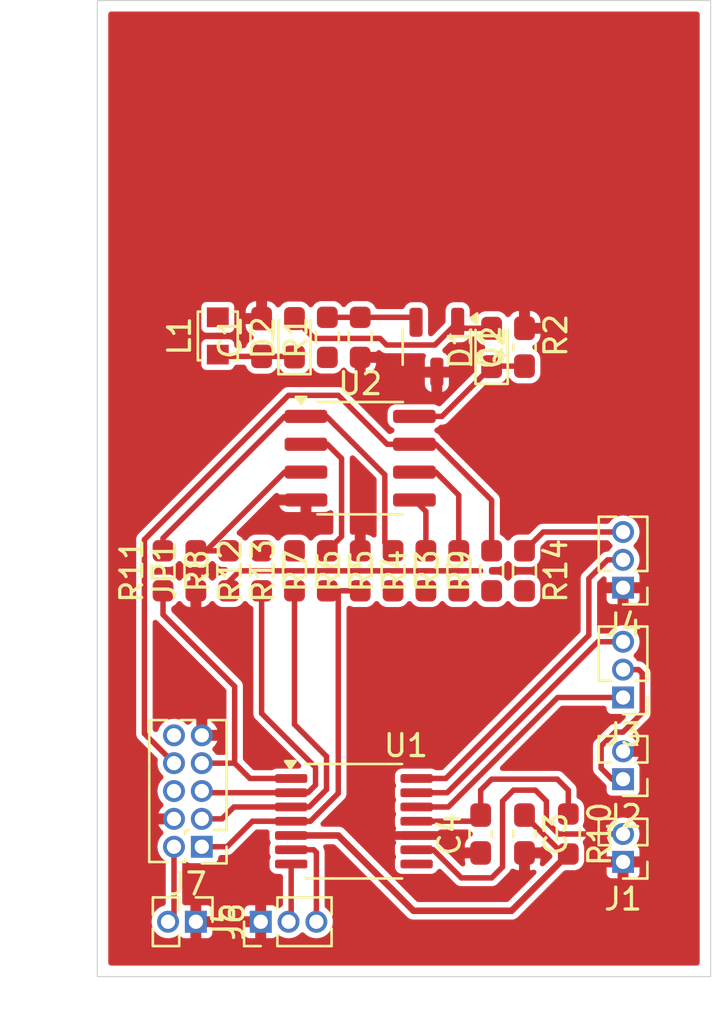
<source format=kicad_pcb>
(kicad_pcb (version 20240108) (generator "pcbnew") (generator_version "8.0")
  (layers (0 "F.Cu" signal) (31 "B.Cu" signal) (34 "B.Paste" user) (35 "F.Paste" user) (36 "B.SilkS" user "B.Silkscreen") (37 "F.SilkS" user "F.Silkscreen") (38 "B.Mask" user) (39 "F.Mask" user) (44 "Edge.Cuts" user))
  (net 0 "")
  (net 1 "VCC")
  (net 2 "GND")
  (net 3 "VSS")
  (net 4 "Net-(D1-A)")
  (net 5 "/so")
  (net 6 "/si")
  (net 7 "/ck")
  (net 8 "/cs")
  (net 9 "/d0_28")
  (net 10 "/d29_30")
  (net 11 "/boost")
  (net 12 "/1Hz")
  (net 13 "Net-(Q1-B)")
  (net 14 "Net-(U2-MISO)")
  (net 15 "/rst")
  (net 16 "/wp")
  (net 17 "/hd")
  (net 18 "Net-(U2-SCK)")
  (net 19 "Net-(U2-MOSI)")
  (net 20 "Net-(U2-~{CS})")
  (net 22 "Net-(J2-Pin_1)")
  (net 23 "/month")
  (net 24 "/year")
  (net 25 "Net-(J4-Pin_3)")
  (net 26 "/drive")
  (footprint "Resistor_SMD:R_0603_1608Metric_Pad0.98x0.95mm_HandSolder" (layer "F.Cu") (at 98.5 60 90)
    (property "Reference" "R12" (at 0 -1.43 90) (layer "F.SilkS"))
    (property "Value" "2k7")
    (fp_line (start -0.254724 -0.5225) (end 0.254724 -0.5225) (stroke (width 0.12)) (layer "F.SilkS"))
    (fp_line (start -0.254724 0.5225) (end 0.254724 0.5225) (stroke (width 0.12)) (layer "F.SilkS"))
    (pad "1" smd roundrect (at -0.9125 0 90) (size 0.975 0.95) (layers "F.Cu" "F.Paste" "F.Mask") (net 6 "/si"))
    (pad "2" smd roundrect (at 0.9125 0 90) (size 0.975 0.95) (layers "F.Cu" "F.Paste" "F.Mask") (net 19 "Net-(U2-MOSI)"))
  )
  (footprint "Resistor_SMD:R_0603_1608Metric_Pad0.98x0.95mm_HandSolder" (layer "F.Cu") (at 104.5 60 90)
    (property "Reference" "R5" (at 0 -1.43 90) (layer "F.SilkS"))
    (property "Value" "10k")
    (fp_line (start -0.254724 -0.5225) (end 0.254724 -0.5225) (stroke (width 0.12)) (layer "F.SilkS"))
    (fp_line (start -0.254724 0.5225) (end 0.254724 0.5225) (stroke (width 0.12)) (layer "F.SilkS"))
    (pad "1" smd roundrect (at -0.9125 0 90) (size 0.975 0.95) (layers "F.Cu" "F.Paste" "F.Mask") (net 3 "VSS"))
    (pad "2" smd roundrect (at 0.9125 0 90) (size 0.975 0.95) (layers "F.Cu" "F.Paste" "F.Mask") (net 20 "Net-(U2-~{CS})"))
  )
  (footprint "Connector_PinHeader_1.27mm:PinHeader_1x03_P1.27mm_Vertical" (layer "F.Cu") (at 98.46 76 90)
    (property "Reference" "J5" (at 0 -1.695 90) (layer "F.SilkS"))
    (property "Value" "Conn_01x03")
    (fp_line (start -1.11 -0.76) (end 0 -0.76) (stroke (width 0.12)) (layer "F.SilkS"))
    (fp_line (start -1.11 0) (end -1.11 -0.76) (stroke (width 0.12)) (layer "F.SilkS"))
    (fp_line (start 1.11 0.76) (end 1.11 3.235) (stroke (width 0.12)) (layer "F.SilkS"))
    (fp_line (start 0.563471 0.76) (end 1.11 0.76) (stroke (width 0.12)) (layer "F.SilkS"))
    (fp_line (start -1.11 0.76) (end -0.563471 0.76) (stroke (width 0.12)) (layer "F.SilkS"))
    (fp_line (start -1.11 0.76) (end -1.11 3.235) (stroke (width 0.12)) (layer "F.SilkS"))
    (fp_line (start 0.30753 3.235) (end 1.11 3.235) (stroke (width 0.12)) (layer "F.SilkS"))
    (fp_line (start -1.11 3.235) (end -0.30753 3.235) (stroke (width 0.12)) (layer "F.SilkS"))
    (pad "1" thru_hole rect (at 0 0 90) (size 1 1) (drill 0.65) (layers "*.Cu" "*.Mask") (net 2 "GND"))
    (pad "2" thru_hole oval (at 0 1.27 90) (size 1 1) (drill 0.65) (layers "*.Cu" "*.Mask") (net 12 "/1Hz"))
    (pad "3" thru_hole oval (at 0 2.54 90) (size 1 1) (drill 0.65) (layers "*.Cu" "*.Mask") (net 26 "/drive"))
  )
  (footprint "Connector_PinHeader_1.27mm:PinHeader_1x03_P1.27mm_Vertical" (layer "F.Cu") (at 115 60.77 180)
    (property "Reference" "J4" (at 0 -1.695 0) (layer "F.SilkS"))
    (property "Value" "Conn_01x03")
    (fp_line (start 1.11 0.76) (end 1.11 3.235) (stroke (width 0.12)) (layer "F.SilkS"))
    (fp_line (start 0.563471 0.76) (end 1.11 0.76) (stroke (width 0.12)) (layer "F.SilkS"))
    (fp_line (start 0.30753 3.235) (end 1.11 3.235) (stroke (width 0.12)) (layer "F.SilkS"))
    (fp_line (start -1.11 3.235) (end -0.30753 3.235) (stroke (width 0.12)) (layer "F.SilkS"))
    (fp_line (start -1.11 0.76) (end -0.563471 0.76) (stroke (width 0.12)) (layer "F.SilkS"))
    (fp_line (start -1.11 0.76) (end -1.11 3.235) (stroke (width 0.12)) (layer "F.SilkS"))
    (fp_line (start -1.11 0) (end -1.11 -0.76) (stroke (width 0.12)) (layer "F.SilkS"))
    (fp_line (start -1.11 -0.76) (end 0 -0.76) (stroke (width 0.12)) (layer "F.SilkS"))
    (pad "1" thru_hole rect (at 0 0 180) (size 1 1) (drill 0.65) (layers "*.Cu" "*.Mask") (net 2 "GND"))
    (pad "2" thru_hole oval (at 0 1.27 180) (size 1 1) (drill 0.65) (layers "*.Cu" "*.Mask") (net 23 "/month"))
    (pad "3" thru_hole oval (at 0 2.54 180) (size 1 1) (drill 0.65) (layers "*.Cu" "*.Mask") (net 25 "Net-(J4-Pin_3)"))
  )
  (footprint "Connector_PinHeader_1.27mm:PinHeader_1x02_P1.27mm_Vertical" (layer "F.Cu") (at 115 69.5 180)
    (property "Reference" "J2" (at 0 -1.695 0) (layer "F.SilkS"))
    (property "Value" "Conn_01x02")
    (fp_line (start 1.11 0.76) (end 1.11 1.965) (stroke (width 0.12)) (layer "F.SilkS"))
    (fp_line (start 0.563471 0.76) (end 1.11 0.76) (stroke (width 0.12)) (layer "F.SilkS"))
    (fp_line (start 0.30753 1.965) (end 1.11 1.965) (stroke (width 0.12)) (layer "F.SilkS"))
    (fp_line (start -1.11 1.965) (end -0.30753 1.965) (stroke (width 0.12)) (layer "F.SilkS"))
    (fp_line (start -1.11 0.76) (end -0.563471 0.76) (stroke (width 0.12)) (layer "F.SilkS"))
    (fp_line (start -1.11 0.76) (end -1.11 1.965) (stroke (width 0.12)) (layer "F.SilkS"))
    (fp_line (start -1.11 0) (end -1.11 -0.76) (stroke (width 0.12)) (layer "F.SilkS"))
    (fp_line (start -1.11 -0.76) (end 0 -0.76) (stroke (width 0.12)) (layer "F.SilkS"))
    (pad "1" thru_hole rect (at 0 0 180) (size 1 1) (drill 0.65) (layers "*.Cu" "*.Mask") (net 22 "Net-(J2-Pin_1)"))
    (pad "2" thru_hole oval (at 0 1.27 180) (size 1 1) (drill 0.65) (layers "*.Cu" "*.Mask") (net 2 "GND"))
  )
  (footprint "Connector_PinHeader_1.27mm:PinHeader_1x02_P1.27mm_Vertical" (layer "F.Cu") (at 95.5 76 -90)
    (property "Reference" "J6" (at 0 -1.695 90) (layer "F.SilkS"))
    (property "Value" "Conn_01x02")
    (fp_line (start -1.11 1.965) (end -0.30753 1.965) (stroke (width 0.12)) (layer "F.SilkS"))
    (fp_line (start 0.30753 1.965) (end 1.11 1.965) (stroke (width 0.12)) (layer "F.SilkS"))
    (fp_line (start -1.11 0.76) (end -1.11 1.965) (stroke (width 0.12)) (layer "F.SilkS"))
    (fp_line (start -1.11 0.76) (end -0.563471 0.76) (stroke (width 0.12)) (layer "F.SilkS"))
    (fp_line (start 0.563471 0.76) (end 1.11 0.76) (stroke (width 0.12)) (layer "F.SilkS"))
    (fp_line (start 1.11 0.76) (end 1.11 1.965) (stroke (width 0.12)) (layer "F.SilkS"))
    (fp_line (start -1.11 0) (end -1.11 -0.76) (stroke (width 0.12)) (layer "F.SilkS"))
    (fp_line (start -1.11 -0.76) (end 0 -0.76) (stroke (width 0.12)) (layer "F.SilkS"))
    (pad "1" thru_hole rect (at 0 0 270) (size 1 1) (drill 0.65) (layers "*.Cu" "*.Mask") (net 2 "GND"))
    (pad "2" thru_hole oval (at 0 1.27 270) (size 1 1) (drill 0.65) (layers "*.Cu" "*.Mask") (net 1 "VCC"))
  )
  (footprint "Connector_PinHeader_1.27mm:PinHeader_1x03_P1.27mm_Vertical" (layer "F.Cu") (at 115 65.775 180)
    (property "Reference" "J3" (at 0 -1.695 0) (layer "F.SilkS"))
    (property "Value" "Conn_01x03")
    (fp_line (start 1.11 0.76) (end 1.11 3.235) (stroke (width 0.12)) (layer "F.SilkS"))
    (fp_line (start 0.563471 0.76) (end 1.11 0.76) (stroke (width 0.12)) (layer "F.SilkS"))
    (fp_line (start 0.30753 3.235) (end 1.11 3.235) (stroke (width 0.12)) (layer "F.SilkS"))
    (fp_line (start -1.11 3.235) (end -0.30753 3.235) (stroke (width 0.12)) (layer "F.SilkS"))
    (fp_line (start -1.11 0.76) (end -0.563471 0.76) (stroke (width 0.12)) (layer "F.SilkS"))
    (fp_line (start -1.11 0.76) (end -1.11 3.235) (stroke (width 0.12)) (layer "F.SilkS"))
    (fp_line (start -1.11 0) (end -1.11 -0.76) (stroke (width 0.12)) (layer "F.SilkS"))
    (fp_line (start -1.11 -0.76) (end 0 -0.76) (stroke (width 0.12)) (layer "F.SilkS"))
    (pad "1" thru_hole rect (at 0 0 180) (size 1 1) (drill 0.65) (layers "*.Cu" "*.Mask") (net 9 "/d0_28"))
    (pad "2" thru_hole oval (at 0 1.27 180) (size 1 1) (drill 0.65) (layers "*.Cu" "*.Mask") (net 22 "Net-(J2-Pin_1)"))
    (pad "3" thru_hole oval (at 0 2.54 180) (size 1 1) (drill 0.65) (layers "*.Cu" "*.Mask") (net 10 "/d29_30"))
  )
  (footprint "Resistor_SMD:R_0603_1608Metric_Pad0.98x0.95mm_HandSolder" (layer "F.Cu") (at 103 49.355001 -90)
    (property "Reference" "R2" (at -0.0875 -8.93 90) (layer "F.SilkS"))
    (property "Value" "47k")
    (fp_line (start -0.254724 0.5225) (end 0.254724 0.5225) (stroke (width 0.12)) (layer "F.SilkS"))
    (fp_line (start -0.254724 -0.5225) (end 0.254724 -0.5225) (stroke (width 0.12)) (layer "F.SilkS"))
    (pad "1" smd roundrect (at -0.9125 0 270) (size 0.975 0.95) (layers "F.Cu" "F.Paste" "F.Mask") (net 13 "Net-(Q1-B)"))
    (pad "2" smd roundrect (at 0.9125 0 270) (size 0.975 0.95) (layers "F.Cu" "F.Paste" "F.Mask") (net 2 "GND"))
  )
  (footprint "Diode_SMD:D_0603_1608Metric_Pad1.05x0.95mm_HandSolder" (layer "F.Cu") (at 109 49.817501 90)
    (property "Reference" "D1" (at 0 -1.43 90) (layer "F.SilkS"))
    (property "Value" "N4148")
    (fp_line (start 0.8 -0.735) (end -1.66 -0.735) (stroke (width 0.12)) (layer "F.SilkS"))
    (fp_line (start -1.66 -0.735) (end -1.66 0.735) (stroke (width 0.12)) (layer "F.SilkS"))
    (fp_line (start -1.66 0.735) (end 0.8 0.735) (stroke (width 0.12)) (layer "F.SilkS"))
    (pad "1" smd roundrect (at -0.875 0 90) (size 1.05 0.95) (layers "F.Cu" "F.Paste" "F.Mask") (net 3 "VSS"))
    (pad "2" smd roundrect (at 0.875 0 90) (size 1.05 0.95) (layers "F.Cu" "F.Paste" "F.Mask") (net 4 "Net-(D1-A)"))
  )
  (footprint "Resistor_SMD:R_0603_1608Metric_Pad0.98x0.95mm_HandSolder" (layer "F.Cu") (at 94 60 90)
    (property "Reference" "R11" (at 0 -1.43 90) (layer "F.SilkS"))
    (property "Value" "2k7")
    (fp_line (start -0.254724 -0.5225) (end 0.254724 -0.5225) (stroke (width 0.12)) (layer "F.SilkS"))
    (fp_line (start -0.254724 0.5225) (end 0.254724 0.5225) (stroke (width 0.12)) (layer "F.SilkS"))
    (pad "1" smd roundrect (at -0.9125 0 90) (size 0.975 0.95) (layers "F.Cu" "F.Paste" "F.Mask") (net 8 "/cs"))
    (pad "2" smd roundrect (at 0.9125 0 90) (size 0.975 0.95) (layers "F.Cu" "F.Paste" "F.Mask") (net 20 "Net-(U2-~{CS})"))
  )
  (footprint "Resistor_SMD:R_0603_1608Metric_Pad0.98x0.95mm_HandSolder" (layer "F.Cu") (at 97 60 90)
    (property "Reference" "R8" (at 0 -1.43 90) (layer "F.SilkS"))
    (property "Value" "10k")
    (fp_line (start -0.254724 -0.5225) (end 0.254724 -0.5225) (stroke (width 0.12)) (layer "F.SilkS"))
    (fp_line (start -0.254724 0.5225) (end 0.254724 0.5225) (stroke (width 0.12)) (layer "F.SilkS"))
    (pad "1" smd roundrect (at -0.9125 0 90) (size 0.975 0.95) (layers "F.Cu" "F.Paste" "F.Mask") (net 3 "VSS"))
    (pad "2" smd roundrect (at 0.9125 0 90) (size 0.975 0.95) (layers "F.Cu" "F.Paste" "F.Mask") (net 16 "/wp"))
  )
  (footprint "Resistor_SMD:R_0603_1608Metric_Pad0.98x0.95mm_HandSolder" (layer "F.Cu") (at 107.5 60 90)
    (property "Reference" "R3" (at 0 -1.43 90) (layer "F.SilkS"))
    (property "Value" "10k")
    (fp_line (start -0.254724 -0.5225) (end 0.254724 -0.5225) (stroke (width 0.12)) (layer "F.SilkS"))
    (fp_line (start -0.254724 0.5225) (end 0.254724 0.5225) (stroke (width 0.12)) (layer "F.SilkS"))
    (pad "1" smd roundrect (at -0.9125 0 90) (size 0.975 0.95) (layers "F.Cu" "F.Paste" "F.Mask") (net 3 "VSS"))
    (pad "2" smd roundrect (at 0.9125 0 90) (size 0.975 0.95) (layers "F.Cu" "F.Paste" "F.Mask") (net 18 "Net-(U2-SCK)"))
  )
  (footprint "Capacitor_SMD:C_0603_1608Metric_Pad1.08x0.95mm_HandSolder" (layer "F.Cu") (at 110.5 72 -90)
    (property "Reference" "C3" (at 0 -1.43 90) (layer "F.SilkS"))
    (property "Value" "C")
    (fp_line (start -0.146267 0.51) (end 0.146267 0.51) (stroke (width 0.12)) (layer "F.SilkS"))
    (fp_line (start -0.146267 -0.51) (end 0.146267 -0.51) (stroke (width 0.12)) (layer "F.SilkS"))
    (pad "1" smd roundrect (at -0.8625 0 270) (size 1.075 0.95) (layers "F.Cu" "F.Paste" "F.Mask") (net 15 "/rst"))
    (pad "2" smd roundrect (at 0.8625 0 270) (size 1.075 0.95) (layers "F.Cu" "F.Paste" "F.Mask") (net 2 "GND"))
  )
  (footprint "LED_SMD:LED_0603_1608Metric_Pad1.05x0.95mm_HandSolder" (layer "F.Cu") (at 100 49.375 90)
    (property "Reference" "D2" (at 0 -1.43 90) (layer "F.SilkS"))
    (property "Value" "red")
    (fp_line (start 0.8 -0.735) (end -1.66 -0.735) (stroke (width 0.12)) (layer "F.SilkS"))
    (fp_line (start -1.66 -0.735) (end -1.66 0.735) (stroke (width 0.12)) (layer "F.SilkS"))
    (fp_line (start -1.66 0.735) (end 0.8 0.735) (stroke (width 0.12)) (layer "F.SilkS"))
    (pad "1" smd roundrect (at -0.875 0 90) (size 1.05 0.95) (layers "F.Cu" "F.Paste" "F.Mask") (net 1 "VCC"))
    (pad "2" smd roundrect (at 0.875 0 90) (size 1.05 0.95) (layers "F.Cu" "F.Paste" "F.Mask") (net 4 "Net-(D1-A)"))
  )
  (footprint "Package_SO:TSSOP-14_4.4x5mm_P0.65mm" (layer "F.Cu") (at 102.7125 71.417501)
    (property "Reference" "U1" (at 2.375 -3.45 0) (layer "F.SilkS"))
    (property "Value" "MSP430x09x")
    (fp_line (start 0 -2.61) (end -2.2 -2.61) (stroke (width 0.12)) (layer "F.SilkS"))
    (fp_line (start 0 -2.61) (end 2.2 -2.61) (stroke (width 0.12)) (layer "F.SilkS"))
    (fp_line (start 0 2.61) (end -2.2 2.61) (stroke (width 0.12)) (layer "F.SilkS"))
    (fp_line (start 0 2.61) (end 2.2 2.61) (stroke (width 0.12)) (layer "F.SilkS"))
    (fp_poly (pts (xy -2.9 -2.41) (xy -3.14 -2.74) (xy -2.66 -2.74) (xy -2.9 -2.41)) (stroke (width 0.12)) (fill solid) (layer "F.SilkS"))
    (pad "1" smd roundrect (at -2.8625 -1.95) (size 1.475 0.4) (layers "F.Cu" "F.Paste" "F.Mask") (net 8 "/cs"))
    (pad "2" smd roundrect (at -2.8625 -1.3) (size 1.475 0.4) (layers "F.Cu" "F.Paste" "F.Mask") (net 6 "/si"))
    (pad "3" smd roundrect (at -2.8625 -0.65) (size 1.475 0.4) (layers "F.Cu" "F.Paste" "F.Mask") (net 7 "/ck"))
    (pad "4" smd roundrect (at -2.8625 0) (size 1.475 0.4) (layers "F.Cu" "F.Paste" "F.Mask") (net 5 "/so"))
    (pad "5" smd roundrect (at -2.8625 0.65) (size 1.475 0.4) (layers "F.Cu" "F.Paste" "F.Mask") (net 15 "/rst"))
    (pad "6" smd roundrect (at -2.8625 1.3) (size 1.475 0.4) (layers "F.Cu" "F.Paste" "F.Mask") (net 26 "/drive"))
    (pad "7" smd roundrect (at -2.8625 1.95) (size 1.475 0.4) (layers "F.Cu" "F.Paste" "F.Mask") (net 12 "/1Hz"))
    (pad "8" smd roundrect (at 2.8625 1.95) (size 1.475 0.4) (layers "F.Cu" "F.Paste" "F.Mask") (net 11 "/boost"))
    (pad "9" smd roundrect (at 2.8625 1.3) (size 1.475 0.4) (layers "F.Cu" "F.Paste" "F.Mask") (net 24 "/year"))
    (pad "10" smd roundrect (at 2.8625 0.65) (size 1.475 0.4) (layers "F.Cu" "F.Paste" "F.Mask") (net 2 "GND"))
    (pad "11" smd roundrect (at 2.8625 0) (size 1.475 0.4) (layers "F.Cu" "F.Paste" "F.Mask") (net 1 "VCC"))
    (pad "12" smd roundrect (at 2.8625 -0.65) (size 1.475 0.4) (layers "F.Cu" "F.Paste" "F.Mask") (net 9 "/d0_28"))
    (pad "13" smd roundrect (at 2.8625 -1.3) (size 1.475 0.4) (layers "F.Cu" "F.Paste" "F.Mask") (net 10 "/d29_30"))
    (pad "14" smd roundrect (at 2.8625 -1.95) (size 1.475 0.4) (layers "F.Cu" "F.Paste" "F.Mask") (net 23 "/month"))
  )
  (footprint "Capacitor_SMD:C_0603_1608Metric_Pad1.08x0.95mm_HandSolder" (layer "F.Cu") (at 108.5 72 90)
    (property "Reference" "C4" (at 0 -1.43 90) (layer "F.SilkS"))
    (property "Value" "C")
    (fp_line (start -0.146267 -0.51) (end 0.146267 -0.51) (stroke (width 0.12)) (layer "F.SilkS"))
    (fp_line (start -0.146267 0.51) (end 0.146267 0.51) (stroke (width 0.12)) (layer "F.SilkS"))
    (pad "1" smd roundrect (at -0.8625 0 90) (size 1.075 0.95) (layers "F.Cu" "F.Paste" "F.Mask") (net 2 "GND"))
    (pad "2" smd roundrect (at 0.8625 0 90) (size 1.075 0.95) (layers "F.Cu" "F.Paste" "F.Mask") (net 1 "VCC"))
  )
  (footprint "Capacitor_SMD:C_0603_1608Metric_Pad1.08x0.95mm_HandSolder" (layer "F.Cu") (at 98.5 49.3625 90)
    (property "Reference" "C1" (at 0 -1.43 90) (layer "F.SilkS"))
    (property "Value" "330nF")
    (fp_line (start -0.146267 -0.51) (end 0.146267 -0.51) (stroke (width 0.12)) (layer "F.SilkS"))
    (fp_line (start -0.146267 0.51) (end 0.146267 0.51) (stroke (width 0.12)) (layer "F.SilkS"))
    (pad "1" smd roundrect (at -0.8625 0 90) (size 1.075 0.95) (layers "F.Cu" "F.Paste" "F.Mask") (net 1 "VCC"))
    (pad "2" smd roundrect (at 0.8625 0 90) (size 1.075 0.95) (layers "F.Cu" "F.Paste" "F.Mask") (net 2 "GND"))
  )
  (footprint "Resistor_SMD:R_0603_1608Metric_Pad0.98x0.95mm_HandSolder" (layer "F.Cu") (at 112.5 72 -90)
    (property "Reference" "R10" (at 0 -1.43 90) (layer "F.SilkS"))
    (property "Value" "R")
    (fp_line (start -0.254724 0.5225) (end 0.254724 0.5225) (stroke (width 0.12)) (layer "F.SilkS"))
    (fp_line (start -0.254724 -0.5225) (end 0.254724 -0.5225) (stroke (width 0.12)) (layer "F.SilkS"))
    (pad "1" smd roundrect (at -0.9125 0 270) (size 0.975 0.95) (layers "F.Cu" "F.Paste" "F.Mask") (net 1 "VCC"))
    (pad "2" smd roundrect (at 0.9125 0 270) (size 0.975 0.95) (layers "F.Cu" "F.Paste" "F.Mask") (net 15 "/rst"))
  )
  (footprint "Resistor_SMD:R_0603_1608Metric_Pad0.98x0.95mm_HandSolder" (layer "F.Cu") (at 106 60 90)
    (property "Reference" "R4" (at 0 -1.43 90) (layer "F.SilkS"))
    (property "Value" "10k")
    (fp_line (start -0.254724 -0.5225) (end 0.254724 -0.5225) (stroke (width 0.12)) (layer "F.SilkS"))
    (fp_line (start -0.254724 0.5225) (end 0.254724 0.5225) (stroke (width 0.12)) (layer "F.SilkS"))
    (pad "1" smd roundrect (at -0.9125 0 90) (size 0.975 0.95) (layers "F.Cu" "F.Paste" "F.Mask") (net 3 "VSS"))
    (pad "2" smd roundrect (at 0.9125 0 90) (size 0.975 0.95) (layers "F.Cu" "F.Paste" "F.Mask") (net 19 "Net-(U2-MOSI)"))
  )
  (footprint "Package_TO_SOT_SMD:SOT-23-3" (layer "F.Cu") (at 106.5 49.805001 -90)
    (property "Reference" "Q1" (at 0 -2.4 90) (layer "F.SilkS"))
    (property "Value" "BC817")
    (fp_line (start 0 1.56) (end -0.8 1.56) (stroke (width 0.12)) (layer "F.SilkS"))
    (fp_line (start 0 1.56) (end 0.8 1.56) (stroke (width 0.12)) (layer "F.SilkS"))
    (fp_line (start 0 -1.56) (end -0.8 -1.56) (stroke (width 0.12)) (layer "F.SilkS"))
    (fp_line (start 0 -1.56) (end 0.8 -1.56) (stroke (width 0.12)) (layer "F.SilkS"))
    (fp_poly (pts (xy -1.3 -1.51) (xy -1.54 -1.84) (xy -1.06 -1.84) (xy -1.3 -1.51)) (stroke (width 0.12)) (fill solid) (layer "F.SilkS"))
    (pad "1" smd roundrect (at -1.1375 -0.95 270) (size 1.325 0.6) (layers "F.Cu" "F.Paste" "F.Mask") (net 4 "Net-(D1-A)"))
    (pad "2" smd roundrect (at -1.1375 0.95 270) (size 1.325 0.6) (layers "F.Cu" "F.Paste" "F.Mask") (net 13 "Net-(Q1-B)"))
    (pad "3" smd roundrect (at 1.1375 0 270) (size 1.325 0.6) (layers "F.Cu" "F.Paste" "F.Mask") (net 2 "GND"))
  )
  (footprint "Resistor_SMD:R_0603_1608Metric_Pad0.98x0.95mm_HandSolder" (layer "F.Cu") (at 101.5 49.355001 90)
    (property "Reference" "R1" (at 0 -1.43 90) (layer "F.SilkS"))
    (property "Value" "1k")
    (fp_line (start -0.254724 -0.5225) (end 0.254724 -0.5225) (stroke (width 0.12)) (layer "F.SilkS"))
    (fp_line (start -0.254724 0.5225) (end 0.254724 0.5225) (stroke (width 0.12)) (layer "F.SilkS"))
    (pad "1" smd roundrect (at -0.9125 0 90) (size 0.975 0.95) (layers "F.Cu" "F.Paste" "F.Mask") (net 11 "/boost"))
    (pad "2" smd roundrect (at 0.9125 0 90) (size 0.975 0.95) (layers "F.Cu" "F.Paste" "F.Mask") (net 13 "Net-(Q1-B)"))
  )
  (footprint "Resistor_SMD:R_0603_1608Metric_Pad0.98x0.95mm_HandSolder" (layer "F.Cu") (at 109 60 90)
    (property "Reference" "R9" (at 0 -1.43 90) (layer "F.SilkS"))
    (property "Value" "10k")
    (fp_line (start -0.254724 -0.5225) (end 0.254724 -0.5225) (stroke (width 0.12)) (layer "F.SilkS"))
    (fp_line (start -0.254724 0.5225) (end 0.254724 0.5225) (stroke (width 0.12)) (layer "F.SilkS"))
    (pad "1" smd roundrect (at -0.9125 0 90) (size 0.975 0.95) (layers "F.Cu" "F.Paste" "F.Mask") (net 3 "VSS"))
    (pad "2" smd roundrect (at 0.9125 0 90) (size 0.975 0.95) (layers "F.Cu" "F.Paste" "F.Mask") (net 17 "/hd"))
  )
  (footprint "Resistor_SMD:R_0603_1608Metric_Pad0.98x0.95mm_HandSolder" (layer "F.Cu") (at 103 60 90)
    (property "Reference" "R6" (at 0 -1.43 90) (layer "F.SilkS"))
    (property "Value" "6k8")
    (fp_line (start -0.254724 -0.5225) (end 0.254724 -0.5225) (stroke (width 0.12)) (layer "F.SilkS"))
    (fp_line (start -0.254724 0.5225) (end 0.254724 0.5225) (stroke (width 0.12)) (layer "F.SilkS"))
    (pad "1" smd roundrect (at -0.9125 0 90) (size 0.975 0.95) (layers "F.Cu" "F.Paste" "F.Mask") (net 5 "/so"))
    (pad "2" smd roundrect (at 0.9125 0 90) (size 0.975 0.95) (layers "F.Cu" "F.Paste" "F.Mask") (net 2 "GND"))
  )
  (footprint "Connector_PinHeader_1.27mm:PinHeader_2x05_P1.27mm_Vertical" (layer "F.Cu") (at 95.77 72.58 180)
    (property "Reference" "J7" (at 0.635 -1.695 0) (layer "F.SilkS"))
    (property "Value" "Conn_02x05_Odd_Even")
    (fp_line (start 2.4 -0.695) (end 2.4 5.775) (stroke (width 0.12)) (layer "F.SilkS"))
    (fp_line (start 1.57753 5.775) (end 2.4 5.775) (stroke (width 0.12)) (layer "F.SilkS"))
    (fp_line (start 1.57753 -0.695) (end 2.4 -0.695) (stroke (width 0.12)) (layer "F.SilkS"))
    (fp_line (start 0.76 0.706529) (end 0.76 0.563471) (stroke (width 0.12)) (layer "F.SilkS"))
    (fp_line (start 0.76 -0.563471) (end 0.76 -0.695) (stroke (width 0.12)) (layer "F.SilkS"))
    (fp_line (start 0.76 -0.695) (end 0.96247 -0.695) (stroke (width 0.12)) (layer "F.SilkS"))
    (fp_line (start 0.563471 0.76) (end 0.706529 0.76) (stroke (width 0.12)) (layer "F.SilkS"))
    (fp_line (start 0.30753 5.775) (end 0.96247 5.775) (stroke (width 0.12)) (layer "F.SilkS"))
    (fp_line (start -1.13 5.775) (end -0.30753 5.775) (stroke (width 0.12)) (layer "F.SilkS"))
    (fp_line (start -1.13 0.76) (end -0.563471 0.76) (stroke (width 0.12)) (layer "F.SilkS"))
    (fp_line (start -1.13 0.76) (end -1.13 5.775) (stroke (width 0.12)) (layer "F.SilkS"))
    (fp_line (start -1.13 0) (end -1.13 -0.76) (stroke (width 0.12)) (layer "F.SilkS"))
    (fp_line (start -1.13 -0.76) (end 0 -0.76) (stroke (width 0.12)) (layer "F.SilkS"))
    (pad "1" thru_hole rect (at 0 0 180) (size 1 1) (drill 0.65) (layers "*.Cu" "*.Mask") (net 5 "/so"))
    (pad "2" thru_hole oval (at 1.27 0 180) (size 1 1) (drill 0.65) (layers "*.Cu" "*.Mask") (net 1 "VCC"))
    (pad "3" thru_hole oval (at 0 1.27 180) (size 1 1) (drill 0.65) (layers "*.Cu" "*.Mask") (net 7 "/ck"))
    (pad "4" thru_hole oval (at 1.27 1.27 180) (size 1 1) (drill 0.65) (layers "*.Cu" "*.Mask") (net 2 "GND"))
    (pad "5" thru_hole oval (at 0 2.54 180) (size 1 1) (drill 0.65) (layers "*.Cu" "*.Mask") (net 6 "/si"))
    (pad "6" thru_hole oval (at 1.27 2.54 180) (size 1 1) (drill 0.65) (layers "*.Cu" "*.Mask"))
    (pad "7" thru_hole oval (at 0 3.81 180) (size 1 1) (drill 0.65) (layers "*.Cu" "*.Mask") (net 8 "/cs"))
    (pad "8" thru_hole oval (at 1.27 3.81 180) (size 1 1) (drill 0.65) (layers "*.Cu" "*.Mask") (net 17 "/hd"))
    (pad "9" thru_hole oval (at 0 5.08 180) (size 1 1) (drill 0.65) (layers "*.Cu" "*.Mask") (net 2 "GND"))
    (pad "10" thru_hole oval (at 1.27 5.08 180) (size 1 1) (drill 0.65) (layers "*.Cu" "*.Mask") (net 15 "/rst"))
  )
  (footprint "Connector_PinHeader_1.27mm:PinHeader_1x02_P1.27mm_Vertical" (layer "F.Cu") (at 115 73.27 180)
    (property "Reference" "J1" (at 0 -1.695 0) (layer "F.SilkS"))
    (property "Value" "Conn_01x02")
    (fp_line (start 1.11 0.76) (end 1.11 1.965) (stroke (width 0.12)) (layer "F.SilkS"))
    (fp_line (start 0.563471 0.76) (end 1.11 0.76) (stroke (width 0.12)) (layer "F.SilkS"))
    (fp_line (start 0.30753 1.965) (end 1.11 1.965) (stroke (width 0.12)) (layer "F.SilkS"))
    (fp_line (start -1.11 1.965) (end -0.30753 1.965) (stroke (width 0.12)) (layer "F.SilkS"))
    (fp_line (start -1.11 0.76) (end -0.563471 0.76) (stroke (width 0.12)) (layer "F.SilkS"))
    (fp_line (start -1.11 0.76) (end -1.11 1.965) (stroke (width 0.12)) (layer "F.SilkS"))
    (fp_line (start -1.11 0) (end -1.11 -0.76) (stroke (width 0.12)) (layer "F.SilkS"))
    (fp_line (start -1.11 -0.76) (end 0 -0.76) (stroke (width 0.12)) (layer "F.SilkS"))
    (pad "1" thru_hole rect (at 0 0 180) (size 1 1) (drill 0.65) (layers "*.Cu" "*.Mask") (net 2 "GND"))
    (pad "2" thru_hole oval (at 0 1.27 180) (size 1 1) (drill 0.65) (layers "*.Cu" "*.Mask") (net 24 "/year"))
  )
  (footprint "Resistor_SMD:R_0603_1608Metric_Pad0.98x0.95mm_HandSolder" (layer "F.Cu") (at 95.5 60 90)
    (property "Reference" "JP1" (at 0 -1.43 90) (layer "F.SilkS"))
    (property "Value" "Jumper_2_Small_Bridged")
    (fp_line (start -0.254724 -0.5225) (end 0.254724 -0.5225) (stroke (width 0.12)) (layer "F.SilkS"))
    (fp_line (start -0.254724 0.5225) (end 0.254724 0.5225) (stroke (width 0.12)) (layer "F.SilkS"))
    (pad "1" smd roundrect (at -0.9125 0 90) (size 0.975 0.95) (layers "F.Cu" "F.Paste" "F.Mask") (net 2 "GND"))
    (pad "2" smd roundrect (at 0.9125 0 90) (size 0.975 0.95) (layers "F.Cu" "F.Paste" "F.Mask") (net 16 "/wp"))
  )
  (footprint "Resistor_SMD:R_0603_1608Metric_Pad0.98x0.95mm_HandSolder" (layer "F.Cu") (at 101.5 60 90)
    (property "Reference" "R7" (at 0 -1.43 90) (layer "F.SilkS"))
    (property "Value" "3k9")
    (fp_line (start -0.254724 -0.5225) (end 0.254724 -0.5225) (stroke (width 0.12)) (layer "F.SilkS"))
    (fp_line (start -0.254724 0.5225) (end 0.254724 0.5225) (stroke (width 0.12)) (layer "F.SilkS"))
    (pad "1" smd roundrect (at -0.9125 0 90) (size 0.975 0.95) (layers "F.Cu" "F.Paste" "F.Mask") (net 5 "/so"))
    (pad "2" smd roundrect (at 0.9125 0 90) (size 0.975 0.95) (layers "F.Cu" "F.Paste" "F.Mask") (net 14 "Net-(U2-MISO)"))
  )
  (footprint "Package_SO:SOIC-8_3.9x4.9mm_P1.27mm" (layer "F.Cu") (at 103 54.865)
    (property "Reference" "U2" (at 0 -3.4 0) (layer "F.SilkS"))
    (property "Value" "25LCxxx")
    (fp_line (start 0 -2.56) (end -1.95 -2.56) (stroke (width 0.12)) (layer "F.SilkS"))
    (fp_line (start 0 -2.56) (end 1.95 -2.56) (stroke (width 0.12)) (layer "F.SilkS"))
    (fp_line (start 0 2.56) (end -1.95 2.56) (stroke (width 0.12)) (layer "F.SilkS"))
    (fp_line (start 0 2.56) (end 1.95 2.56) (stroke (width 0.12)) (layer "F.SilkS"))
    (fp_poly (pts (xy -2.7 -2.465) (xy -2.94 -2.795) (xy -2.46 -2.795) (xy -2.7 -2.465)) (stroke (width 0.12)) (fill solid) (layer "F.SilkS"))
    (pad "1" smd roundrect (at -2.475 -1.905) (size 1.95 0.6) (layers "F.Cu" "F.Paste" "F.Mask") (net 20 "Net-(U2-~{CS})"))
    (pad "2" smd roundrect (at -2.475 -0.635) (size 1.95 0.6) (layers "F.Cu" "F.Paste" "F.Mask") (net 14 "Net-(U2-MISO)"))
    (pad "3" smd roundrect (at -2.475 0.635) (size 1.95 0.6) (layers "F.Cu" "F.Paste" "F.Mask") (net 16 "/wp"))
    (pad "4" smd roundrect (at -2.475 1.905) (size 1.95 0.6) (layers "F.Cu" "F.Paste" "F.Mask") (net 2 "GND"))
    (pad "5" smd roundrect (at 2.475 1.905) (size 1.95 0.6) (layers "F.Cu" "F.Paste" "F.Mask") (net 19 "Net-(U2-MOSI)"))
    (pad "6" smd roundrect (at 2.475 0.635) (size 1.95 0.6) (layers "F.Cu" "F.Paste" "F.Mask") (net 18 "Net-(U2-SCK)"))
    (pad "7" smd roundrect (at 2.475 -0.635) (size 1.95 0.6) (layers "F.Cu" "F.Paste" "F.Mask") (net 17 "/hd"))
    (pad "8" smd roundrect (at 2.475 -1.905) (size 1.95 0.6) (layers "F.Cu" "F.Paste" "F.Mask") (net 3 "VSS"))
  )
  (footprint "Inductor_SMD:L_Murata_LQH2MCNxxxx02_2.0x1.6mm" (layer "F.Cu") (at 96.5 49.292501 90)
    (property "Reference" "L1" (at 0 -1.75 90) (layer "F.SilkS"))
    (property "Value" "33uH")
    (fp_line (start -1.11 -0.91) (end 1.11 -0.91) (stroke (width 0.12)) (layer "F.SilkS"))
    (fp_line (start 1.11 -0.7) (end 1.11 -0.91) (stroke (width 0.12)) (layer "F.SilkS"))
    (fp_line (start -1.11 -0.7) (end -1.11 -0.91) (stroke (width 0.12)) (layer "F.SilkS"))
    (fp_line (start 1.11 0.7) (end 1.11 0.91) (stroke (width 0.12)) (layer "F.SilkS"))
    (fp_line (start 1.11 0.91) (end -1.11 0.91) (stroke (width 0.12)) (layer "F.SilkS"))
    (fp_line (start -1.11 0.91) (end -1.11 0.7) (stroke (width 0.12)) (layer "F.SilkS"))
    (pad "1" smd rect (at -0.85 0 90) (size 0.9 1) (layers "F.Cu" "F.Paste" "F.Mask") (net 1 "VCC"))
    (pad "2" smd rect (at 0.85 0 90) (size 0.9 1) (layers "F.Cu" "F.Paste" "F.Mask") (net 4 "Net-(D1-A)"))
  )
  (footprint "Capacitor_SMD:C_0603_1608Metric_Pad1.08x0.95mm_HandSolder" (layer "F.Cu") (at 110.5 49.805001 90)
    (property "Reference" "C2" (at 0 -1.43 90) (layer "F.SilkS"))
    (property "Value" "330nF")
    (fp_line (start -0.146267 -0.51) (end 0.146267 -0.51) (stroke (width 0.12)) (layer "F.SilkS"))
    (fp_line (start -0.146267 0.51) (end 0.146267 0.51) (stroke (width 0.12)) (layer "F.SilkS"))
    (pad "1" smd roundrect (at -0.8625 0 90) (size 1.075 0.95) (layers "F.Cu" "F.Paste" "F.Mask") (net 3 "VSS"))
    (pad "2" smd roundrect (at 0.8625 0 90) (size 1.075 0.95) (layers "F.Cu" "F.Paste" "F.Mask") (net 2 "GND"))
  )
  (footprint "Resistor_SMD:R_0603_1608Metric_Pad0.98x0.95mm_HandSolder" (layer "F.Cu") (at 100 60 90)
    (property "Reference" "R13" (at 0 -1.43 90) (layer "F.SilkS"))
    (property "Value" "2k7")
    (fp_line (start -0.254724 -0.5225) (end 0.254724 -0.5225) (stroke (width 0.12)) (layer "F.SilkS"))
    (fp_line (start -0.254724 0.5225) (end 0.254724 0.5225) (stroke (width 0.12)) (layer "F.SilkS"))
    (pad "1" smd roundrect (at -0.9125 0 90) (size 0.975 0.95) (layers "F.Cu" "F.Paste" "F.Mask") (net 7 "/ck"))
    (pad "2" smd roundrect (at 0.9125 0 90) (size 0.975 0.95) (layers "F.Cu" "F.Paste" "F.Mask") (net 18 "Net-(U2-SCK)"))
  )
  (footprint "Resistor_SMD:R_0603_1608Metric_Pad0.98x0.95mm_HandSolder" (layer "F.Cu") (at 110.5 60 -90)
    (property "Reference" "R14" (at 0 -1.43 90) (layer "F.SilkS"))
    (property "Value" "10k")
    (fp_line (start -0.254724 0.5225) (end 0.254724 0.5225) (stroke (width 0.12)) (layer "F.SilkS"))
    (fp_line (start -0.254724 -0.5225) (end 0.254724 -0.5225) (stroke (width 0.12)) (layer "F.SilkS"))
    (pad "1" smd roundrect (at -0.9125 0 270) (size 0.975 0.95) (layers "F.Cu" "F.Paste" "F.Mask") (net 25 "Net-(J4-Pin_3)"))
    (pad "2" smd roundrect (at 0.9125 0 270) (size 0.975 0.95) (layers "F.Cu" "F.Paste" "F.Mask") (net 1 "VCC"))
  )
  (gr_rect (start 91 34) (end 119 78.5) (stroke (width 0.05)) (fill none) (layer "Edge.Cuts"))
  (segment (start 105.575 71.417501) (end 108.219999 71.417501) (width 0.25) (layer "F.Cu") (net 1))
  (segment (start 98.5 50.225) (end 99.975 50.225) (width 0.25) (layer "F.Cu") (net 1))
  (segment (start 108.5 70) (end 108.5 71.1375) (width 0.25) (layer "F.Cu") (net 1))
  (segment (start 109 69.5) (end 108.5 70) (width 0.25) (layer "F.Cu") (net 1))
  (segment (start 112 69.5) (end 109 69.5) (width 0.25) (layer "F.Cu") (net 1))
  (segment (start 112.5 70) (end 112 69.5) (width 0.25) (layer "F.Cu") (net 1))
  (segment (start 99.975 50.225) (end 100 50.25) (width 0.25) (layer "F.Cu") (net 1))
  (segment (start 96.582499 50.225) (end 98.5 50.225) (width 0.25) (layer "F.Cu") (net 1))
  (segment (start 112.5 71.0875) (end 112.5 70) (width 0.25) (layer "F.Cu") (net 1))
  (segment (start 94.5 75.73) (end 94.23 76) (width 0.25) (layer "F.Cu") (net 1))
  (segment (start 94.5 72.58) (end 94.5 75.73) (width 0.25) (layer "F.Cu") (net 1))
  (segment (start 108.219999 71.417501) (end 108.5 71.1375) (width 0.25) (layer "F.Cu") (net 1))
  (segment (start 96.5 50.142501) (end 96.582499 50.225) (width 0.25) (layer "F.Cu") (net 1))
  (segment (start 97 60.5) (end 97.5 60) (width 0.25) (layer "F.Cu") (net 3))
  (segment (start 110.5 50.667501) (end 109.025 50.667501) (width 0.25) (layer "F.Cu") (net 3))
  (segment (start 106 60) (end 103 60) (width 0.25) (layer "F.Cu") (net 3))
  (segment (start 97 60.9125) (end 97 60.5) (width 0.25) (layer "F.Cu") (net 3))
  (segment (start 109 50.692501) (end 106.732501 52.96) (width 0.25) (layer "F.Cu") (net 3))
  (segment (start 106.732501 52.96) (end 105.475 52.96) (width 0.25) (layer "F.Cu") (net 3))
  (segment (start 103 60) (end 97.5 60) (width 0.25) (layer "F.Cu") (net 3))
  (segment (start 107.5 60) (end 106 60) (width 0.25) (layer "F.Cu") (net 3))
  (segment (start 109.025 50.667501) (end 109 50.692501) (width 0.25) (layer "F.Cu") (net 3))
  (segment (start 108.5 60) (end 107.5 60) (width 0.25) (layer "F.Cu") (net 3))
  (segment (start 107.725 48.942501) (end 107.45 48.667501) (width 0.25) (layer "F.Cu") (net 4))
  (segment (start 109 48.942501) (end 107.725 48.942501) (width 0.25) (layer "F.Cu") (net 4))
  (segment (start 106.4125 49.705001) (end 104.205001 49.705001) (width 0.25) (layer "F.Cu") (net 4))
  (segment (start 103.905001 49.405001) (end 100.905001 49.405001) (width 0.25) (layer "F.Cu") (net 4))
  (segment (start 100.905001 49.405001) (end 100 48.5) (width 0.25) (layer "F.Cu") (net 4))
  (segment (start 107.45 48.667501) (end 106.4125 49.705001) (width 0.25) (layer "F.Cu") (net 4))
  (segment (start 104.205001 49.705001) (end 103.905001 49.405001) (width 0.25) (layer "F.Cu") (net 4))
  (segment (start 102 60.9125) (end 103 60.9125) (width 0.25) (layer "F.Cu") (net 5))
  (segment (start 101.5 60.9125) (end 102 60.9125) (width 0.25) (layer "F.Cu") (net 5))
  (segment (start 100.726235 71.417501) (end 99.85 71.417501) (width 0.25) (layer "F.Cu") (net 5))
  (segment (start 102 70.143736) (end 102 60.9125) (width 0.25) (layer "F.Cu") (net 5))
  (segment (start 98.082499 71.417501) (end 96.92 72.58) (width 0.25) (layer "F.Cu") (net 5))
  (segment (start 99.85 71.417501) (end 98.082499 71.417501) (width 0.25) (layer "F.Cu") (net 5))
  (segment (start 96.92 72.58) (end 95.77 72.58) (width 0.25) (layer "F.Cu") (net 5))
  (segment (start 102 70.143736) (end 100.726235 71.417501) (width 0.25) (layer "F.Cu") (net 5))
  (segment (start 95.847501 70.117501) (end 95.77 70.04) (width 0.25) (layer "F.Cu") (net 6))
  (segment (start 100.9625 69.767023) (end 100.9625 68.9625) (width 0.25) (layer "F.Cu") (net 6))
  (segment (start 99.85 70.117501) (end 95.847501 70.117501) (width 0.25) (layer "F.Cu") (net 6))
  (segment (start 98.5 66.5) (end 98.5 60.9125) (width 0.25) (layer "F.Cu") (net 6))
  (segment (start 100.9625 68.9625) (end 98.5 66.5) (width 0.25) (layer "F.Cu") (net 6))
  (segment (start 99.85 70.117501) (end 100.612022 70.117501) (width 0.25) (layer "F.Cu") (net 6))
  (segment (start 100.612022 70.117501) (end 100.9625 69.767023) (width 0.25) (layer "F.Cu") (net 6))
  (segment (start 96.69 71.31) (end 95.77 71.31) (width 0.25) (layer "F.Cu") (net 7))
  (segment (start 97.232499 70.767501) (end 96.69 71.31) (width 0.25) (layer "F.Cu") (net 7))
  (segment (start 101.4625 68.4625) (end 100 67) (width 0.25) (layer "F.Cu") (net 7))
  (segment (start 101.4625 69.97413) (end 101.4625 68.4625) (width 0.25) (layer "F.Cu") (net 7))
  (segment (start 100.669129 70.767501) (end 101.4625 69.97413) (width 0.25) (layer "F.Cu") (net 7))
  (segment (start 99.85 70.767501) (end 100.669129 70.767501) (width 0.25) (layer "F.Cu") (net 7))
  (segment (start 99.85 70.767501) (end 97.232499 70.767501) (width 0.25) (layer "F.Cu") (net 7))
  (segment (start 100 67) (end 100 60.9125) (width 0.25) (layer "F.Cu") (net 7))
  (segment (start 97.967501 69.467501) (end 99.85 69.467501) (width 0.25) (layer "F.Cu") (net 8))
  (segment (start 97.27 68.77) (end 97.967501 69.467501) (width 0.25) (layer "F.Cu") (net 8))
  (segment (start 94 62) (end 94 60.9125) (width 0.25) (layer "F.Cu") (net 8))
  (segment (start 97.27 65.27) (end 94 62) (width 0.25) (layer "F.Cu") (net 8))
  (segment (start 95.77 68.77) (end 97.27 68.77) (width 0.25) (layer "F.Cu") (net 8))
  (segment (start 97.27 68.77) (end 97.27 65.27) (width 0.25) (layer "F.Cu") (net 8))
  (segment (start 107.025393 70.767501) (end 112.017894 65.775) (width 0.25) (layer "F.Cu") (net 9))
  (segment (start 112.017894 65.775) (end 115 65.775) (width 0.25) (layer "F.Cu") (net 9))
  (segment (start 105.575 70.767501) (end 107.025393 70.767501) (width 0.25) (layer "F.Cu") (net 9))
  (segment (start 105.575 70.117501) (end 106.968287 70.117501) (width 0.25) (layer "F.Cu") (net 10))
  (segment (start 113.850788 63.235) (end 115 63.235) (width 0.25) (layer "F.Cu") (net 10))
  (segment (start 106.968287 70.117501) (end 113.850788 63.235) (width 0.25) (layer "F.Cu") (net 10))
  (segment (start 99.85 75.88) (end 99.73 76) (width 0.25) (layer "F.Cu") (net 12))
  (segment (start 99.85 73.367501) (end 99.85 75.88) (width 0.25) (layer "F.Cu") (net 12))
  (segment (start 105.325 48.442501) (end 105.55 48.667501) (width 0.25) (layer "F.Cu") (net 13))
  (segment (start 103 48.442501) (end 105.325 48.442501) (width 0.25) (layer "F.Cu") (net 13))
  (segment (start 101.5 48.442501) (end 103 48.442501) (width 0.25) (layer "F.Cu") (net 13))
  (segment (start 101.499999 54.23) (end 102.15 54.880001) (width 0.25) (layer "F.Cu") (net 14))
  (segment (start 100.525 54.23) (end 101.499999 54.23) (width 0.25) (layer "F.Cu") (net 14))
  (segment (start 102.15 58.4375) (end 101.5 59.0875) (width 0.25) (layer "F.Cu") (net 14))
  (segment (start 102.15 54.880001) (end 102.15 58.4375) (width 0.25) (layer "F.Cu") (net 14))
  (segment (start 109.9125 75.5) (end 112.5 72.9125) (width 0.3) (layer "F.Cu") (net 15))
  (segment (start 112.257606 72.9125) (end 112.5 72.9125) (width 0.25) (layer "F.Cu") (net 15))
  (segment (start 110.5 71.1375) (end 110.5 71.154894) (width 0.25) (layer "F.Cu") (net 15))
  (segment (start 99.85 72.067501) (end 102 72.067501) (width 0.3) (layer "F.Cu") (net 15))
  (segment (start 105.432499 75.5) (end 109.9125 75.5) (width 0.3) (layer "F.Cu") (net 15))
  (segment (start 102 72.067501) (end 105.432499 75.5) (width 0.3) (layer "F.Cu") (net 15))
  (segment (start 110.5 71.154894) (end 112.257606 72.9125) (width 0.25) (layer "F.Cu") (net 15))
  (segment (start 95.962501 59.0875) (end 95.5 59.0875) (width 0.25) (layer "F.Cu") (net 16))
  (segment (start 97 59.0875) (end 95.962501 59.0875) (width 0.25) (layer "F.Cu") (net 16))
  (segment (start 97 58.050001) (end 95.962501 59.0875) (width 0.25) (layer "F.Cu") (net 16))
  (segment (start 100.525 55.5) (end 99.550001 55.5) (width 0.25) (layer "F.Cu") (net 16))
  (segment (start 99.550001 55.5) (end 97 58.050001) (width 0.25) (layer "F.Cu") (net 16))
  (segment (start 104.23 54.23) (end 102 52) (width 0.25) (layer "F.Cu") (net 17))
  (segment (start 105.475 54.23) (end 106.449999 54.23) (width 0.25) (layer "F.Cu") (net 17))
  (segment (start 93.15 58.577212) (end 93.15 67.42) (width 0.25) (layer "F.Cu") (net 17))
  (segment (start 93.15 67.42) (end 94.5 68.77) (width 0.25) (layer "F.Cu") (net 17))
  (segment (start 102 52) (end 99.727212 52) (width 0.25) (layer "F.Cu") (net 17))
  (segment (start 106.449999 54.23) (end 109 56.780001) (width 0.25) (layer "F.Cu") (net 17))
  (segment (start 109 56.780001) (end 109 59.0875) (width 0.25) (layer "F.Cu") (net 17))
  (segment (start 99.727212 52) (end 93.15 58.577212) (width 0.25) (layer "F.Cu") (net 17))
  (segment (start 105.475 54.23) (end 104.23 54.23) (width 0.25) (layer "F.Cu") (net 17))
  (segment (start 105.475 55.5) (end 106.449999 55.5) (width 0.25) (layer "F.Cu") (net 18))
  (segment (start 106.449999 55.5) (end 107.5 56.550001) (width 0.25) (layer "F.Cu") (net 18))
  (segment (start 107.5 56.550001) (end 107.5 59.0875) (width 0.25) (layer "F.Cu") (net 18))
  (segment (start 106 59.0875) (end 106 57.295) (width 0.25) (layer "F.Cu") (net 19))
  (segment (start 106 57.295) (end 105.475 56.77) (width 0.25) (layer "F.Cu") (net 19))
  (segment (start 104.125 55.625) (end 101.46 52.96) (width 0.25) (layer "F.Cu") (net 20))
  (segment (start 104.125 58.7125) (end 104.125 55.625) (width 0.25) (layer "F.Cu") (net 20))
  (segment (start 94 58.510001) (end 94 59.0875) (width 0.25) (layer "F.Cu") (net 20))
  (segment (start 104.5 59.0875) (end 104.125 58.7125) (width 0.25) (layer "F.Cu") (net 20))
  (segment (start 99.550001 52.96) (end 94 58.510001) (width 0.25) (layer "F.Cu") (net 20))
  (segment (start 100.525 52.96) (end 99.550001 52.96) (width 0.25) (layer "F.Cu") (net 20))
  (segment (start 101.46 52.96) (end 100.525 52.96) (width 0.25) (layer "F.Cu") (net 20))
  (segment (start 115.875 64.672894) (end 115.875 66.48) (width 0.25) (layer "F.Cu") (net 22))
  (segment (start 115 64.505) (end 115.707106 64.505) (width 0.25) (layer "F.Cu") (net 22))
  (segment (start 115 69.5) (end 114.5 69.5) (width 0.25) (layer "F.Cu") (net 22))
  (segment (start 114.5 69.5) (end 114 69) (width 0.25) (layer "F.Cu") (net 22))
  (segment (start 115 67.355) (end 114.637563 67.355) (width 0.25) (layer "F.Cu") (net 22))
  (segment (start 114 67.992563) (end 114 69) (width 0.25) (layer "F.Cu") (net 22))
  (segment (start 114.637563 67.355) (end 114 67.992563) (width 0.25) (layer "F.Cu") (net 22))
  (segment (start 115.875 66.48) (end 115 67.355) (width 0.25) (layer "F.Cu") (net 22))
  (segment (start 115.707106 64.505) (end 115.875 64.672894) (width 0.25) (layer "F.Cu") (net 22))
  (segment (start 106.91118 69.467501) (end 105.575 69.467501) (width 0.25) (layer "F.Cu") (net 23))
  (segment (start 115 59.5) (end 114.292894 59.5) (width 0.25) (layer "F.Cu") (net 23))
  (segment (start 113.43934 62.939341) (end 106.91118 69.467501) (width 0.25) (layer "F.Cu") (net 23))
  (segment (start 113.43934 60.353554) (end 113.43934 62.939341) (width 0.25) (layer "F.Cu") (net 23))
  (segment (start 114.292894 59.5) (end 113.43934 60.353554) (width 0.25) (layer "F.Cu") (net 23))
  (segment (start 115 72) (end 112.052212 72) (width 0.25) (layer "F.Cu") (net 24))
  (segment (start 109.5 70.5) (end 109.5 73.5) (width 0.25) (layer "F.Cu") (net 24))
  (segment (start 107.619521 74) (end 106.337022 72.717501) (width 0.25) (layer "F.Cu") (net 24))
  (segment (start 112.052212 72) (end 111.5 71.447788) (width 0.25) (layer "F.Cu") (net 24))
  (segment (start 111.5 70.5) (end 111 70) (width 0.25) (layer "F.Cu") (net 24))
  (segment (start 111.5 71.447788) (end 111.5 70.5) (width 0.25) (layer "F.Cu") (net 24))
  (segment (start 109 74) (end 107.619521 74) (width 0.25) (layer "F.Cu") (net 24))
  (segment (start 106.337022 72.717501) (end 105.575 72.717501) (width 0.25) (layer "F.Cu") (net 24))
  (segment (start 110 70) (end 109.5 70.5) (width 0.25) (layer "F.Cu") (net 24))
  (segment (start 109.5 73.5) (end 109 74) (width 0.25) (layer "F.Cu") (net 24))
  (segment (start 111 70) (end 110 70) (width 0.25) (layer "F.Cu") (net 24))
  (segment (start 115 58.23) (end 111.3575 58.23) (width 0.25) (layer "F.Cu") (net 25))
  (segment (start 111.3575 58.23) (end 110.5 59.0875) (width 0.25) (layer "F.Cu") (net 25))
  (segment (start 101 72.842501) (end 101 76) (width 0.25) (layer "F.Cu") (net 26))
  (segment (start 99.85 72.717501) (end 100.875 72.717501) (width 0.25) (layer "F.Cu") (net 26))
  (segment (start 100.875 72.717501) (end 101 72.842501) (width 0.25) (layer "F.Cu") (net 26))
  (zone (net 2) (net_name "GND") (layer "F.Cu") (connect_pads (clearance 0.25)) (min_thickness 0.25) (fill yes (thermal_gap 0.25) (thermal_bridge_width 0.5))
    (polygon (pts (xy 91.5 34.5) (xy 118.5 34.5) (xy 118.5 78) (xy 91.5 78)))
  )
)
</source>
